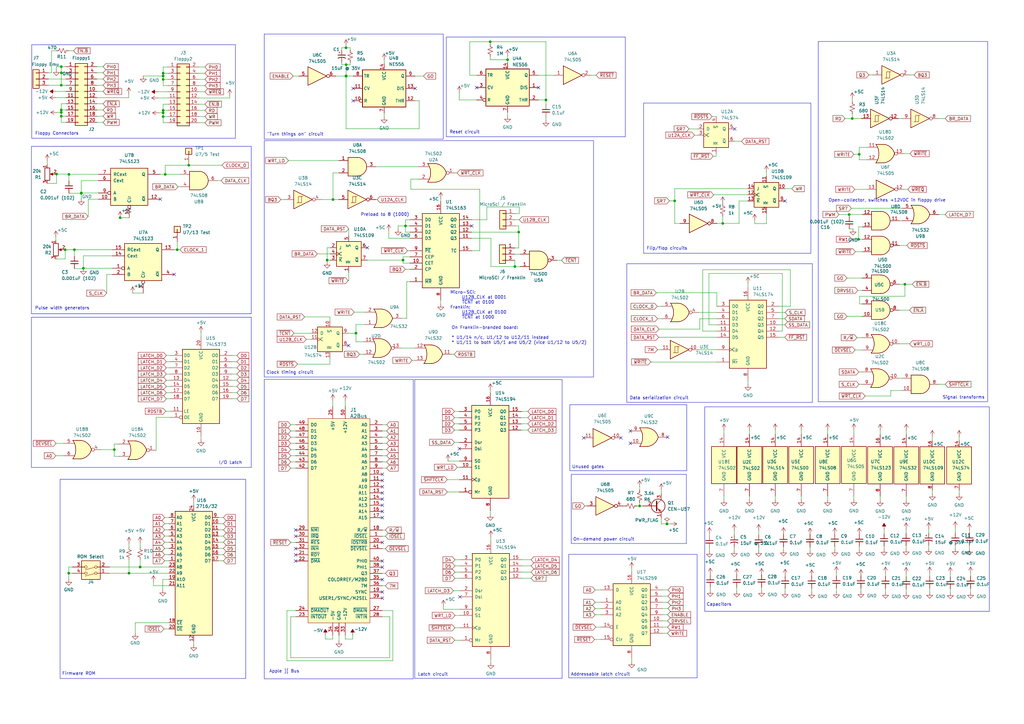
<source format=kicad_sch>
(kicad_sch (version 20230121) (generator eeschema)

  (uuid 56eaaa0c-e1fe-4237-9a20-09a5d3261c04)

  (paper "A3")

  (title_block
    (title "Micro-SCI Floppy Drive Controller")
    (date "2023-07-17")
    (rev "v0.2")
    (company "RyuCats")
  )

  

  (junction (at 352.3996 63.2968) (diameter 0) (color 0 0 0 0)
    (uuid 0eb7f77a-1691-46a5-beb9-708ba98faadf)
  )
  (junction (at 141.9606 31.1912) (diameter 0) (color 0 0 0 0)
    (uuid 13592c1d-8d3a-4a77-9349-f40d5d958c1c)
  )
  (junction (at 49.276 89.3064) (diameter 0) (color 0 0 0 0)
    (uuid 14d45346-d329-43a1-b9b8-64a35b0c2786)
  )
  (junction (at 25.1206 45.1104) (diameter 0) (color 0 0 0 0)
    (uuid 18c93022-e57b-4373-b94d-0b8237ade644)
  )
  (junction (at 25.146 34.9504) (diameter 0) (color 0 0 0 0)
    (uuid 211503ae-f2aa-4c35-adea-041e8c87a17f)
  )
  (junction (at 57.4802 232.5624) (diameter 0) (color 0 0 0 0)
    (uuid 227877cb-8d6b-42dd-9f7a-f23170c0b15d)
  )
  (junction (at 66.9036 46.2788) (diameter 0) (color 0 0 0 0)
    (uuid 227ba67b-bd2a-403b-9cca-ece13dfc9a29)
  )
  (junction (at 349.5548 48.6156) (diameter 0) (color 0 0 0 0)
    (uuid 22d6e3b8-95bd-43ec-9b4a-155fdcc0cc26)
  )
  (junction (at 262.3312 207.518) (diameter 0) (color 0 0 0 0)
    (uuid 23e17ec8-9479-4c85-9262-9a7a693e4f16)
  )
  (junction (at 66.9036 32.5628) (diameter 0) (color 0 0 0 0)
    (uuid 2668cc68-5cd8-4256-8d5f-46a4b9c3d00f)
  )
  (junction (at 23.1902 71.3994) (diameter 0) (color 0 0 0 0)
    (uuid 29ede8ec-7163-4f64-b12a-891361f6d83e)
  )
  (junction (at 141.9352 31.1912) (diameter 0) (color 0 0 0 0)
    (uuid 2ad1150c-6a6d-4f48-80de-136a5933bf00)
  )
  (junction (at 66.9036 45.2628) (diameter 0) (color 0 0 0 0)
    (uuid 3676ef53-63ee-4f61-b495-9fda43b885aa)
  )
  (junction (at 52.9082 235.1024) (diameter 0) (color 0 0 0 0)
    (uuid 4047e49c-241f-4070-8ebb-d2175194a5a3)
  )
  (junction (at 66.9036 47.8028) (diameter 0) (color 0 0 0 0)
    (uuid 48719128-be50-41b3-839a-ab256d4cf8cc)
  )
  (junction (at 67.7672 71.5264) (diameter 0) (color 0 0 0 0)
    (uuid 5003d7e0-03d4-4a97-9867-30b08d65563e)
  )
  (junction (at 208.1784 24.4856) (diameter 0) (color 0 0 0 0)
    (uuid 52c27fbd-9fc4-4e48-90e6-38e3a0d82b5d)
  )
  (junction (at 77.4192 67.7672) (diameter 0) (color 0 0 0 0)
    (uuid 531f59de-cffa-4898-944c-2df625fa4f9d)
  )
  (junction (at 371.1448 116.586) (diameter 0) (color 0 0 0 0)
    (uuid 5481632d-fd31-48d1-9241-3db81d2839df)
  )
  (junction (at 25.1206 27.3304) (diameter 0) (color 0 0 0 0)
    (uuid 5d1b5a30-0c21-467f-bb99-7ab778f56606)
  )
  (junction (at 166.3192 92.6592) (diameter 0) (color 0 0 0 0)
    (uuid 62ec17b1-65c1-4c8e-8373-71d96a4abc8f)
  )
  (junction (at 201.0664 17.1196) (diameter 0) (color 0 0 0 0)
    (uuid 68ac5519-04af-4e05-a4cf-db1e10ee5e75)
  )
  (junction (at 212.7504 95.1992) (diameter 0) (color 0 0 0 0)
    (uuid 76f27323-c1b6-4a00-a4f9-70e5b2fc6f64)
  )
  (junction (at 296.418 91.6432) (diameter 0) (color 0 0 0 0)
    (uuid 79353c67-35db-4fb8-abb6-9245fc42cbe6)
  )
  (junction (at 72.6948 102.4128) (diameter 0) (color 0 0 0 0)
    (uuid 7ce3703f-729a-4203-950c-652f669b6459)
  )
  (junction (at 26.7208 102.4128) (diameter 0) (color 0 0 0 0)
    (uuid 8333f7e2-3100-475c-84ac-bd4fd90e46a2)
  )
  (junction (at 141.9098 19.6088) (diameter 0) (color 0 0 0 0)
    (uuid 85293332-46cf-469f-9f14-444ea1474be8)
  )
  (junction (at 145.9992 136.652) (diameter 0) (color 0 0 0 0)
    (uuid 8a6f51da-dbd5-4499-9d4d-062cfa0c7452)
  )
  (junction (at 165.3032 106.68) (diameter 0) (color 0 0 0 0)
    (uuid 977745df-e2a3-4c8b-8cd8-4034ea36c9c3)
  )
  (junction (at 66.9036 30.0228) (diameter 0) (color 0 0 0 0)
    (uuid 9b875f30-8f9b-4b5b-b27e-88f17676d28e)
  )
  (junction (at 33.3502 79.1464) (diameter 0) (color 0 0 0 0)
    (uuid 9f9bb35f-05c9-4917-bf0a-74edb9b5decb)
  )
  (junction (at 352.1456 98.1456) (diameter 0) (color 0 0 0 0)
    (uuid ad2be07c-8a30-4aa7-a902-e507f61e2d74)
  )
  (junction (at 28.2702 71.5264) (diameter 0) (color 0 0 0 0)
    (uuid ad8a0025-e6c4-4a4a-96d1-a3bb46b52a4d)
  )
  (junction (at 134.1628 106.68) (diameter 0) (color 0 0 0 0)
    (uuid ae179397-46b0-4a33-ac43-4aafafbfe5b9)
  )
  (junction (at 273.558 214.884) (diameter 0) (color 0 0 0 0)
    (uuid b0f8be71-f714-4244-b97f-54dbc83dae95)
  )
  (junction (at 28.194 235.1024) (diameter 0) (color 0 0 0 0)
    (uuid b1859a5c-1e6b-49d8-81c4-6f093d35efed)
  )
  (junction (at 276.7076 82.3976) (diameter 0) (color 0 0 0 0)
    (uuid b4a3bb6a-530b-4020-a7aa-af7ad092ce73)
  )
  (junction (at 34.2138 110.0328) (diameter 0) (color 0 0 0 0)
    (uuid b56295da-b4a2-4945-9c4d-f118b61e7a62)
  )
  (junction (at 141.9606 26.5176) (diameter 0) (color 0 0 0 0)
    (uuid b69758b6-d427-4d1f-9770-f7c02da649a6)
  )
  (junction (at 25.1206 46.1264) (diameter 0) (color 0 0 0 0)
    (uuid bdee1f10-adda-41b5-867a-2a788a207ef0)
  )
  (junction (at 46.8884 184.404) (diameter 0) (color 0 0 0 0)
    (uuid c4f9e4e2-930d-4690-8724-998bb53a0423)
  )
  (junction (at 348.2848 87.9856) (diameter 0) (color 0 0 0 0)
    (uuid c6e410d8-fbfc-44b4-bcd8-be6e4755ff5a)
  )
  (junction (at 25.1206 47.6504) (diameter 0) (color 0 0 0 0)
    (uuid c9d6f061-d3e0-49e1-a019-a5b95a82d873)
  )
  (junction (at 25.146 29.8704) (diameter 0) (color 0 0 0 0)
    (uuid cd88283d-ece9-4853-85d7-ae3527962132)
  )
  (junction (at 211.1756 109.3216) (diameter 0) (color 0 0 0 0)
    (uuid e4552e4c-cca1-4eb3-a435-a3bdac03e800)
  )
  (junction (at 136.5758 81.8388) (diameter 0) (color 0 0 0 0)
    (uuid ed67b67e-a426-4e33-b6fc-58e6ea6d54f9)
  )
  (junction (at 30.5308 102.4128) (diameter 0) (color 0 0 0 0)
    (uuid f08fc34c-75fd-4391-ab9e-36ec8f420cd0)
  )
  (junction (at 33.3502 79.2734) (diameter 0) (color 0 0 0 0)
    (uuid f2487e48-6677-414e-8fde-0accde918ba7)
  )
  (junction (at 223.9264 40.9956) (diameter 0) (color 0 0 0 0)
    (uuid f58bedbe-f86d-4c34-b2d0-1df5e8ec9b59)
  )
  (junction (at 66.9036 31.1658) (diameter 0) (color 0 0 0 0)
    (uuid fd8434a6-ac94-4e1e-834a-b713ca90d0b1)
  )

  (no_connect (at 121.2596 219.9386) (uuid 00079c83-a711-4f95-8171-4707c1ffe4f2))
  (no_connect (at 188.4172 184.023) (uuid 0023254e-99a6-4e38-9aea-036adb434f94))
  (no_connect (at 254.6604 179.578) (uuid 09946f3d-95c5-4e83-bdee-666ac37263df))
  (no_connect (at 220.8784 35.9156) (uuid 0b4616bb-b68c-4768-b13c-bb3ab37b1241))
  (no_connect (at 156.8196 242.7986) (uuid 11d10470-6e67-4a4b-a7d4-b72ef4a9d1ca))
  (no_connect (at 142.9512 141.732) (uuid 2152bf48-a03d-4428-a1b1-5d9930c6322c))
  (no_connect (at 321.9704 82.4484) (uuid 2357aadf-b5b6-4a47-84a0-ec9270bf8db0))
  (no_connect (at 156.8196 202.1586) (uuid 2dd1b146-5821-42d2-b7b7-652f3d37495f))
  (no_connect (at 156.8196 232.6386) (uuid 3885ffd3-fd3b-4dba-b4f6-fb833d8d535c))
  (no_connect (at 121.2596 227.5586) (uuid 3bb3b145-9e54-4d85-a684-3f371eba77c4))
  (no_connect (at 121.2596 230.0986) (uuid 40c3baa7-d5b0-4c7e-89ad-714f7d1d467f))
  (no_connect (at 71.4248 112.5728) (uuid 46481c9d-3219-495e-99d8-4db677316f31))
  (no_connect (at 144.8562 41.3512) (uuid 4e90335f-0b5c-44b6-954e-50c9221d83fb))
  (no_connect (at 258.5466 181.8386) (uuid 55a97291-90c8-48d1-b85b-42536268fe43))
  (no_connect (at 156.8196 197.0786) (uuid 5a352595-70d1-4dc3-83fe-9cc43b2ea3b8))
  (no_connect (at 121.2596 217.3986) (uuid 5c47f2df-94cd-4506-8fb8-5fba0f3f15d4))
  (no_connect (at 301.3456 52.8828) (uuid 67e50e74-ce51-41c4-8715-55e602ab574f))
  (no_connect (at 156.8196 222.4786) (uuid 730a19e5-44b6-4b85-b39d-3319b8b30c0e))
  (no_connect (at 156.8196 209.7786) (uuid 745f3071-b71a-4126-8cfe-b28100f2c83d))
  (no_connect (at 150.6728 101.6) (uuid 7f69b8a6-fd8d-4ebf-9fac-fb9372e95fdf))
  (no_connect (at 156.8196 237.7186) (uuid 83fd2193-17e5-4a27-adca-61ac1df8125e))
  (no_connect (at 273.7866 179.2986) (uuid 878414e4-e89b-4b62-b96a-3a45817a5ccd))
  (no_connect (at 170.2562 36.2712) (uuid 8f8dedf8-ce30-4ef7-94e6-bf4dd6dfbe7d))
  (no_connect (at 156.8196 245.3386) (uuid 956a391a-da2c-4d12-905e-127887b4e204))
  (no_connect (at 121.2596 225.0186) (uuid af4080e4-3e4a-42fa-a388-9422b5495276))
  (no_connect (at 258.5466 176.7586) (uuid b084c7d8-103e-4844-afc5-634992033d4b))
  (no_connect (at 195.4784 35.9156) (uuid bb9f08b1-817c-4157-86a8-001ebeb5682d))
  (no_connect (at 156.8196 194.5386) (uuid bd9d7e14-21b3-4dcd-9f41-a79fe09ce87e))
  (no_connect (at 193.4972 92.6592) (uuid c0166046-6244-47a5-9534-d1f90d7e129b))
  (no_connect (at 156.8196 199.6186) (uuid c06ada5e-2a3b-4df5-9a4d-1d7db4b05dca))
  (no_connect (at 156.8196 207.2386) (uuid cfd67672-d5af-4a82-ac5e-032c54d5ca3f))
  (no_connect (at 239.4204 179.578) (uuid d9ee195d-667c-46b5-8c90-2d715e6afbee))
  (no_connect (at 156.8196 212.3186) (uuid dad0e8de-846b-4927-a07b-a135ef708439))
  (no_connect (at 156.8196 230.0986) (uuid e84d737c-cffc-4102-ae0c-16e7870ea92c))
  (no_connect (at 144.8562 36.2712) (uuid e85963b0-aca1-4e88-8dcc-ea6a2b30aa16))
  (no_connect (at 188.6204 244.8052) (uuid f56a3247-35bc-4734-a52e-0c4d8a7dd57a))
  (no_connect (at 156.8196 204.6986) (uuid f83a257c-1ff9-4bb7-ae91-0221c4808d11))
  (no_connect (at 65.7352 81.6864) (uuid fbba59ff-199c-431d-9558-e8c866b5ce8c))

  (wire (pts (xy 199.6948 84.8868) (xy 199.6948 90.1192))
    (stroke (width 0) (type default))
    (uuid 00574d2a-adbb-461e-bfab-c3030d96eb4f)
  )
  (wire (pts (xy 44.9072 232.5624) (xy 57.4802 232.5624))
    (stroke (width 0) (type default))
    (uuid 0069cff1-7758-4892-937b-381c82fabe50)
  )
  (wire (pts (xy 214.0204 229.5652) (xy 217.8304 229.5652))
    (stroke (width 0) (type default))
    (uuid 007e0ebe-d85a-4638-af77-d1a23acf3dd8)
  )
  (wire (pts (xy 193.4972 102.8192) (xy 196.7484 102.8192))
    (stroke (width 0) (type default))
    (uuid 00886f5c-4976-4610-9ff6-c8245aa5e3db)
  )
  (wire (pts (xy 270.1544 138.3284) (xy 294.0812 138.3284))
    (stroke (width 0) (type default))
    (uuid 00f4b3b9-78f1-4610-b5e0-84f3d25adcc5)
  )
  (wire (pts (xy 188.3664 196.723) (xy 188.3664 196.6976))
    (stroke (width 0) (type default))
    (uuid 0109a42f-4b31-4ebe-876a-96b722593589)
  )
  (wire (pts (xy 171.9072 52.7812) (xy 171.9072 41.3512))
    (stroke (width 0) (type default))
    (uuid 01e83326-4e98-4d5f-82ec-8f0b7bea881a)
  )
  (wire (pts (xy 343.0524 241.2492) (xy 343.0524 242.7224))
    (stroke (width 0) (type default))
    (uuid 01f3822c-4244-4116-8ef1-0e8cbe65c471)
  )
  (wire (pts (xy 28.0924 20.828) (xy 30.1752 20.828))
    (stroke (width 0) (type default))
    (uuid 03301470-88bc-4f38-b6b6-ca7d042bb234)
  )
  (wire (pts (xy 25.146 29.8704) (xy 27.0256 29.8704))
    (stroke (width 0) (type default))
    (uuid 03443bb4-edca-49b6-a718-c6bad3c38dd0)
  )
  (wire (pts (xy 271.78 259.7404) (xy 273.7612 259.7404))
    (stroke (width 0) (type default))
    (uuid 039917d2-99a2-4522-8665-986db18d8e31)
  )
  (wire (pts (xy 328.6252 176.403) (xy 328.6252 178.054))
    (stroke (width 0) (type default))
    (uuid 040dbea4-9977-4a31-9393-13ea60b16445)
  )
  (wire (pts (xy 89.6112 219.8624) (xy 91.6432 219.8624))
    (stroke (width 0) (type default))
    (uuid 04752ae3-bfc2-458d-bdc8-afea6c7649ee)
  )
  (wire (pts (xy 314.3504 91.694) (xy 309.5244 91.694))
    (stroke (width 0) (type default))
    (uuid 04a6efa1-aa9e-4645-bd05-c8e4cdf162a6)
  )
  (wire (pts (xy 165.3032 105.3592) (xy 165.3032 106.68))
    (stroke (width 0) (type default))
    (uuid 04c4f103-cb52-4f78-8869-ddd422c5923e)
  )
  (wire (pts (xy 306.7812 156.1084) (xy 306.7812 157.6324))
    (stroke (width 0) (type default))
    (uuid 05420eaf-24bd-4d1e-99bf-3be6ddd68c66)
  )
  (wire (pts (xy 292.0746 47.8028) (xy 293.7256 47.8028))
    (stroke (width 0) (type default))
    (uuid 05c4193c-faca-4502-a4be-7633bebf234d)
  )
  (wire (pts (xy 271.78 254.6604) (xy 273.812 254.6604))
    (stroke (width 0) (type default))
    (uuid 05fc5cc0-bb44-4350-a781-560e0e3b4c4c)
  )
  (wire (pts (xy 117.7036 250.4186) (xy 117.7036 270.9926))
    (stroke (width 0) (type default))
    (uuid 06181ce3-b06b-4529-8cce-dd2810672270)
  )
  (wire (pts (xy 349.5548 46.6852) (xy 349.5548 48.6156))
    (stroke (width 0) (type default))
    (uuid 06218eff-932a-4ad7-ab6b-b89dec2588f6)
  )
  (wire (pts (xy 69.2912 224.9424) (xy 67.5132 224.9424))
    (stroke (width 0) (type default))
    (uuid 064b29a8-f9a3-4267-b587-373d5046518a)
  )
  (wire (pts (xy 214.376 176.3776) (xy 216.4842 176.3776))
    (stroke (width 0) (type default))
    (uuid 0656086a-1f5b-495e-8615-b7c40f0badad)
  )
  (wire (pts (xy 65.7352 71.5264) (xy 67.7672 71.5264))
    (stroke (width 0) (type default))
    (uuid 0658e204-d1d7-4688-850d-e45c9a506c98)
  )
  (wire (pts (xy 170.2562 31.1912) (xy 173.7106 31.1912))
    (stroke (width 0) (type default))
    (uuid 067721b1-e889-468c-8cef-c43830664980)
  )
  (wire (pts (xy 188.2648 168.7576) (xy 186.3852 168.7576))
    (stroke (width 0) (type default))
    (uuid 0754172d-7b54-485f-b2c6-89de78d13fc8)
  )
  (wire (pts (xy 363.1692 235.1024) (xy 363.1692 236.3216))
    (stroke (width 0) (type default))
    (uuid 07ce118a-36c3-4925-b88e-d82dc01ee467)
  )
  (wire (pts (xy 180.7972 81.4832) (xy 180.7972 82.4992))
    (stroke (width 0) (type default))
    (uuid 09aa1bf2-8a17-4f34-8d88-8b81ad5c5abb)
  )
  (wire (pts (xy 39.7256 45.1104) (xy 42.2656 45.1104))
    (stroke (width 0) (type default))
    (uuid 09c87717-7ef4-45f4-b64d-0750365e4a24)
  )
  (wire (pts (xy 68.2244 148.336) (xy 69.7484 148.336))
    (stroke (width 0) (type default))
    (uuid 0a0b1b1c-92a4-478c-aa5b-ee031bba2f03)
  )
  (wire (pts (xy 52.9082 235.1024) (xy 69.2912 235.1024))
    (stroke (width 0) (type default))
    (uuid 0b2ece80-3483-4240-b6c8-87d84edcd6a8)
  )
  (wire (pts (xy 68.2244 150.876) (xy 69.7484 150.876))
    (stroke (width 0) (type default))
    (uuid 0b68a056-85b6-48d1-a2cc-038c8a65659f)
  )
  (wire (pts (xy 66.7512 241.9096) (xy 66.7512 237.6424))
    (stroke (width 0) (type default))
    (uuid 0c0c9414-8569-47d0-9bbd-a5c6f7990176)
  )
  (wire (pts (xy 124.9172 129.9972) (xy 135.3312 129.9972))
    (stroke (width 0) (type default))
    (uuid 0c245cbd-de2b-42e4-ad95-41f85b657bc9)
  )
  (wire (pts (xy 352.3996 65.532) (xy 355.4476 65.532))
    (stroke (width 0) (type default))
    (uuid 0c490525-8dc8-42cf-8f5d-14c1f973c5bc)
  )
  (wire (pts (xy 269.6972 130.7084) (xy 271.2212 130.7084))
    (stroke (width 0) (type default))
    (uuid 0d5c8966-853d-4aee-89ff-753b20ea3fd6)
  )
  (wire (pts (xy 25.1206 45.1104) (xy 27.0256 45.1104))
    (stroke (width 0) (type default))
    (uuid 0d838062-46de-45e9-bfdd-65e77dd8aee8)
  )
  (wire (pts (xy 19.8628 29.8704) (xy 21.1328 29.8704))
    (stroke (width 0) (type default))
    (uuid 0de6ee5b-f0fe-43fd-bcfd-7b0a164bb68c)
  )
  (wire (pts (xy 67.9704 168.656) (xy 69.7484 168.656))
    (stroke (width 0) (type default))
    (uuid 0e12576a-5d20-430c-b87b-bc4facb73712)
  )
  (wire (pts (xy 350.2152 63.2968) (xy 352.3996 63.2968))
    (stroke (width 0) (type default))
    (uuid 0e4c835e-1a72-4fc8-beef-fd110906edea)
  )
  (wire (pts (xy 214.0204 232.1052) (xy 217.8304 232.1052))
    (stroke (width 0) (type default))
    (uuid 0f094e4b-acc5-4d61-81bb-2d09930a28bd)
  )
  (wire (pts (xy 262.3312 199.644) (xy 262.3312 201.041))
    (stroke (width 0) (type default))
    (uuid 10252dee-e0c1-46aa-b100-90f76de019ec)
  )
  (wire (pts (xy 159.8676 269.7226) (xy 159.8676 252.9586))
    (stroke (width 0) (type default))
    (uuid 103875b5-8d01-45bb-9766-b4bffd2a91ed)
  )
  (wire (pts (xy 171.6024 73.4568) (xy 168.5036 73.4568))
    (stroke (width 0) (type default))
    (uuid 1238dca2-75ce-456c-9355-6d2139e5e0aa)
  )
  (wire (pts (xy 269.5702 125.6284) (xy 271.2212 125.6284))
    (stroke (width 0) (type default))
    (uuid 124b9756-7dbf-43a0-80e7-a46f9a2b36c9)
  )
  (wire (pts (xy 214.376 176.403) (xy 214.376 176.3776))
    (stroke (width 0) (type default))
    (uuid 125e7f04-30f0-4f88-af7b-caf18148782b)
  )
  (wire (pts (xy 319.4812 125.6284) (xy 324.1802 125.6284))
    (stroke (width 0) (type default))
    (uuid 1356113a-513f-4af7-ba9a-3e0eb779f180)
  )
  (wire (pts (xy 397.6116 223.6724) (xy 397.6116 225.1456))
    (stroke (width 0) (type default))
    (uuid 1391e7ee-70c8-4a50-8385-11f6a7f1abba)
  )
  (wire (pts (xy 244.348 257.2004) (xy 246.38 257.2004))
    (stroke (width 0) (type default))
    (uuid 13a98e74-3895-4860-ace8-42264bd188ca)
  )
  (wire (pts (xy 58.7756 31.1658) (xy 66.9036 31.1658))
    (stroke (width 0) (type default))
    (uuid 141295d1-b5fc-4f78-b6c6-4a5775b63835)
  )
  (wire (pts (xy 188.1124 176.403) (xy 188.1124 176.3776))
    (stroke (width 0) (type default))
    (uuid 14237b2d-35e0-4923-9a7b-d65817700424)
  )
  (wire (pts (xy 188.3664 196.6976) (xy 183.4642 196.6976))
    (stroke (width 0) (type default))
    (uuid 1568cca2-d9ad-41d0-b548-de2df5e16612)
  )
  (wire (pts (xy 368.8588 116.586) (xy 371.1448 116.586))
    (stroke (width 0) (type default))
    (uuid 15776cd5-5e30-4bf6-9cc4-824c5705194c)
  )
  (wire (pts (xy 72.6948 102.4128) (xy 73.8378 102.4128))
    (stroke (width 0) (type default))
    (uuid 161eeac9-3140-408f-bf18-bad1c281881f)
  )
  (wire (pts (xy 157.5562 46.4312) (xy 157.5562 47.9552))
    (stroke (width 0) (type default))
    (uuid 16728753-ca6c-4fe7-8178-d0982b6b4f17)
  )
  (wire (pts (xy 360.9848 203.5556) (xy 360.9848 205.0796))
    (stroke (width 0) (type default))
    (uuid 16755ab3-9878-498d-b781-70eb0a8321ce)
  )
  (wire (pts (xy 136.5758 70.9168) (xy 136.5758 81.8388))
    (stroke (width 0) (type default))
    (uuid 1675ca04-4c5f-4b67-bb62-04a02e0c8b69)
  )
  (wire (pts (xy 156.8196 179.2986) (xy 158.5976 179.2986))
    (stroke (width 0) (type default))
    (uuid 169e61eb-96e8-4c61-89f0-5030d1e7f392)
  )
  (wire (pts (xy 201.3712 109.3216) (xy 201.3712 97.7392))
    (stroke (width 0) (type default))
    (uuid 17d991fb-7651-4a3d-90b7-989e67fb6932)
  )
  (wire (pts (xy 311.1754 217.6272) (xy 311.1754 219.4052))
    (stroke (width 0) (type default))
    (uuid 1901c3db-6846-4baf-a944-eb37755bbafa)
  )
  (wire (pts (xy 286.4612 128.1684) (xy 294.0812 128.1684))
    (stroke (width 0) (type default))
    (uuid 1a8f27f6-8e7c-4479-9c29-473839a5673e)
  )
  (wire (pts (xy 140.1826 19.6088) (xy 141.9098 19.6088))
    (stroke (width 0) (type default))
    (uuid 1a9949f8-d6e1-44c2-8abb-f0e22252bdef)
  )
  (wire (pts (xy 193.4972 97.7392) (xy 201.3712 97.7392))
    (stroke (width 0) (type default))
    (uuid 1aa04cfe-8dfe-4531-80f7-9c39f6757763)
  )
  (wire (pts (xy 121.2596 186.9186) (xy 119.2276 186.9186))
    (stroke (width 0) (type default))
    (uuid 1af49ea9-2385-422c-915b-da380d233ae8)
  )
  (wire (pts (xy 344.1192 87.9856) (xy 348.2848 87.9856))
    (stroke (width 0) (type default))
    (uuid 1bdb14cd-6438-42dc-b5eb-9f1b82ac6ee8)
  )
  (wire (pts (xy 211.1756 104.2416) (xy 213.3092 104.2416))
    (stroke (width 0) (type default))
    (uuid 1bf36dd4-f692-415d-b903-22a2d1f06abb)
  )
  (wire (pts (xy 25.1206 47.6504) (xy 25.1206 50.1904))
    (stroke (width 0) (type default))
    (uuid 1c354fa8-4163-40d2-8ab9-1e82d13a25c0)
  )
  (wire (pts (xy 21.1328 29.8704) (xy 21.1328 20.828))
    (stroke (width 0) (type default))
    (uuid 1c36997d-9be1-425d-b852-4553a0d143f9)
  )
  (wire (pts (xy 353.1108 241.2746) (xy 353.1108 242.57))
    (stroke (width 0) (type default))
    (uuid 1db73742-0af7-468d-8275-4f48b9889d17)
  )
  (wire (pts (xy 271.78 247.0404) (xy 273.939 247.0404))
    (stroke (width 0) (type default))
    (uuid 1df8e6c8-70be-4d44-9611-4958c61c9713)
  )
  (wire (pts (xy 69.2912 230.0224) (xy 67.5132 230.0224))
    (stroke (width 0) (type default))
    (uuid 1e42d8a7-e536-4d54-af0a-127f1462310f)
  )
  (wire (pts (xy 82.4484 178.816) (xy 82.4484 180.34))
    (stroke (width 0) (type default))
    (uuid 20d9c6c4-736f-4ad1-a5ed-f7de55b7f1d5)
  )
  (wire (pts (xy 208.1784 22.9616) (xy 208.1784 24.4856))
    (stroke (width 0) (type default))
    (uuid 213f6e22-e8c8-4492-a379-2322f30f3125)
  )
  (wire (pts (xy 90.678 74.0664) (xy 89.2048 74.0664))
    (stroke (width 0) (type default))
    (uuid 22081a94-28e3-4eac-a972-1e55a9b4b799)
  )
  (wire (pts (xy 302.2092 241.173) (xy 302.2092 242.3668))
    (stroke (width 0) (type default))
    (uuid 2208e5e4-3b49-4ffb-943b-72a998dbdc13)
  )
  (wire (pts (xy 332.9178 241.6302) (xy 332.9178 242.824))
    (stroke (width 0) (type default))
    (uuid 221ec62f-e07d-4cf7-8f6c-ee89f303129b)
  )
  (wire (pts (xy 186.5884 257.5052) (xy 188.6204 257.5052))
    (stroke (width 0) (type default))
    (uuid 22f92fd4-22c2-49c2-b68f-c98d01d59bb6)
  )
  (wire (pts (xy 133.4516 260.5786) (xy 133.4516 262.1026))
    (stroke (width 0) (type default))
    (uuid 234e4088-7b74-4b83-ac7a-d26a332b7728)
  )
  (wire (pts (xy 68.8086 42.7228) (xy 66.9036 42.7228))
    (stroke (width 0) (type default))
    (uuid 23a385f6-c567-4c32-b440-5de537d5d224)
  )
  (wire (pts (xy 25.1206 42.5704) (xy 25.1206 45.1104))
    (stroke (width 0) (type default))
    (uuid 24b5e0b4-6844-4584-9cc5-77dfd19e9a39)
  )
  (wire (pts (xy 165.3032 105.3592) (xy 168.0972 105.3592))
    (stroke (width 0) (type default))
    (uuid 252e28f1-2826-4f6b-b5a9-8bf0780e68d6)
  )
  (wire (pts (xy 266.9032 148.4376) (xy 267.0556 148.4376))
    (stroke (width 0) (type default))
    (uuid 260647dc-5c22-4300-8f41-c2a808039a1b)
  )
  (wire (pts (xy 244.094 252.1204) (xy 246.38 252.1204))
    (stroke (width 0) (type default))
    (uuid 26970cac-8593-4f8a-9df6-0c3172c51261)
  )
  (wire (pts (xy 188.1632 173.8376) (xy 186.3852 173.8376))
    (stroke (width 0) (type default))
    (uuid 26ddf6b2-550e-415c-8c7d-c6d7c0d5e523)
  )
  (wire (pts (xy 393.3952 179.0954) (xy 393.3952 180.7464))
    (stroke (width 0) (type default))
    (uuid 26e2c626-2054-4bf2-bc0f-17f2cb652a87)
  )
  (wire (pts (xy 350.8248 103.2256) (xy 353.6696 103.2256))
    (stroke (width 0) (type default))
    (uuid 27099863-8b7e-4f4e-9483-231766d037e6)
  )
  (wire (pts (xy 324.1802 110.6424) (xy 288.2392 110.6424))
    (stroke (width 0) (type default))
    (uuid 27b956ed-c09f-4b92-adbb-7df9d3bcc521)
  )
  (wire (pts (xy 188.214 171.2976) (xy 186.3852 171.2976))
    (stroke (width 0) (type default))
    (uuid 28d12758-ff2d-4dc4-9737-1eb7e05cd3dd)
  )
  (wire (pts (xy 142.9512 136.652) (xy 145.9992 136.652))
    (stroke (width 0) (type default))
    (uuid 291d89ff-3591-491a-bea1-d06156d7740c)
  )
  (wire (pts (xy 349.5548 48.6156) (xy 346.6084 48.6156))
    (stroke (width 0) (type default))
    (uuid 29968094-cb34-409f-889a-ef790877f393)
  )
  (wire (pts (xy 135.4328 101.6) (xy 134.1628 101.6))
    (stroke (width 0) (type default))
    (uuid 2acb5921-7af8-4f3f-ad29-3f90022b3486)
  )
  (wire (pts (xy 121.2596 222.4786) (xy 119.2276 222.4786))
    (stroke (width 0) (type default))
    (uuid 2b000f12-7837-4dbb-9b1f-5fedbdeacacc)
  )
  (wire (pts (xy 141.5796 262.1026) (xy 144.6276 262.1026))
    (stroke (width 0) (type default))
    (uuid 2b3e8503-775e-4be7-b759-0f65b7dd6fb9)
  )
  (wire (pts (xy 25.1206 27.3304) (xy 25.1206 29.8704))
    (stroke (width 0) (type default))
    (uuid 2b4e42f4-9ea0-4e13-a982-864d96afe2bd)
  )
  (wire (pts (xy 181.864 249.8852) (xy 188.6204 249.8852))
    (stroke (width 0) (type default))
    (uuid 2b771cda-6ef1-4228-a7b9-606d6089e450)
  )
  (wire (pts (xy 69.2912 214.7824) (xy 67.5132 214.7824))
    (stroke (width 0) (type default))
    (uuid 2b922a83-3308-4215-9822-51cefc25e060)
  )
  (wire (pts (xy 192.6844 30.8356) (xy 192.6844 17.1196))
    (stroke (width 0) (type default))
    (uuid 2bbb70e5-c86d-4125-b3fd-383eda8a636a)
  )
  (wire (pts (xy 145.9992 136.652) (xy 145.9992 140.208))
    (stroke (width 0) (type default))
    (uuid 2bd0af92-7508-40d7-8137-150efcf06ce9)
  )
  (wire (pts (xy 141.9352 31.1912) (xy 141.9352 52.7812))
    (stroke (width 0) (type default))
    (uuid 2c505973-1eb3-4942-becd-c975203b9252)
  )
  (wire (pts (xy 259.08 269.9004) (xy 259.08 271.4244))
    (stroke (width 0) (type default))
    (uuid 2ced7b97-65c3-40c2-855f-899ba28847a9)
  )
  (wire (pts (xy 312.3438 240.7666) (xy 312.3438 240.6142))
    (stroke (width 0) (type default))
    (uuid 2eedb8ed-394a-4abd-b8c0-640c2b1adc79)
  )
  (wire (pts (xy 356.362 30.734) (xy 357.886 30.734))
    (stroke (width 0) (type default))
    (uuid 2f68bce5-d72c-4897-b6ff-95016d192940)
  )
  (wire (pts (xy 121.2596 184.3786) (xy 119.2276 184.3786))
    (stroke (width 0) (type default))
    (uuid 319b669a-6a92-4893-9b98-c408df234816)
  )
  (wire (pts (xy 79.4512 263.0424) (xy 79.4512 264.4394))
    (stroke (width 0) (type default))
    (uuid 33099e0a-fa78-4987-9d6f-e97f8bb30e04)
  )
  (wire (pts (xy 213.8172 176.403) (xy 214.376 176.403))
    (stroke (width 0) (type default))
    (uuid 330eb766-294c-41b5-8dbc-b9623757c888)
  )
  (wire (pts (xy 81.5086 35.1028) (xy 84.0486 35.1028))
    (stroke (width 0) (type default))
    (uuid 3321ca68-360f-43c2-96b3-e6b31e08b312)
  )
  (wire (pts (xy 39.7256 37.4904) (xy 42.2656 37.4904))
    (stroke (width 0) (type default))
    (uuid 33859ce5-cded-4922-abe0-c4afb5f18990)
  )
  (wire (pts (xy 145.9992 133.096) (xy 145.9992 136.652))
    (stroke (width 0) (type default))
    (uuid 33ca31fa-84e2-422e-88f1-847a5a145573)
  )
  (wire (pts (xy 244.094 249.5804) (xy 246.38 249.5804))
    (stroke (width 0) (type default))
    (uuid 33fcac58-8184-4d20-a1c4-284cdd66749e)
  )
  (wire (pts (xy 25.1206 29.8704) (xy 25.146 29.8704))
    (stroke (width 0) (type default))
    (uuid 3417a8d8-27e7-4017-8c55-1a7645d76a1d)
  )
  (wire (pts (xy 64.7446 40.1828) (xy 68.8086 40.1828))
    (stroke (width 0) (type default))
    (uuid 348e1eab-d2c1-4b17-9096-fe568a6ea495)
  )
  (wire (pts (xy 271.78 244.5004) (xy 273.939 244.5004))
    (stroke (width 0) (type default))
    (uuid 34d43017-421d-4833-8ffd-032b2cb1a4d5)
  )
  (wire (pts (xy 33.3502 74.0664) (xy 33.3502 79.1464))
    (stroke (width 0) (type default))
    (uuid 3579f635-6354-42f8-a75c-3f1c4ddbabe0)
  )
  (wire (pts (xy 28.194 235.1024) (xy 29.6672 235.1024))
    (stroke (width 0) (type default))
    (uuid 35b32b23-24e6-4df4-9409-7e5e986bd414)
  )
  (wire (pts (xy 267.0556 148.4884) (xy 294.0812 148.4884))
    (stroke (width 0) (type default))
    (uuid 366e3e3b-16b9-4813-8093-b0a030f46916)
  )
  (wire (pts (xy 46.8884 187.198) (xy 48.6664 187.198))
    (stroke (width 0) (type default))
    (uuid 36dabc5e-7da5-44d2-9a3b-0b41b99f0479)
  )
  (wire (pts (xy 95.1484 161.036) (xy 97.1804 161.036))
    (stroke (width 0) (type default))
    (uuid 37a63329-bc53-4bc9-a3a4-1ec82f83cda1)
  )
  (wire (pts (xy 95.1484 148.336) (xy 97.1804 148.336))
    (stroke (width 0) (type default))
    (uuid 37f4e18f-a43e-4eb6-81b1-ce9b6990c4bc)
  )
  (wire (pts (xy 166.9288 115.5192) (xy 168.0972 115.5192))
    (stroke (width 0) (type default))
    (uuid 38817953-56b1-4e6d-9248-8bf813deacf0)
  )
  (wire (pts (xy 133.4516 262.1026) (xy 136.4996 262.1026))
    (stroke (width 0) (type default))
    (uuid 38891a5f-796b-4863-8641-e71ba85257a8)
  )
  (wire (pts (xy 352.4504 224.2058) (xy 352.4504 225.5012))
    (stroke (width 0) (type default))
    (uuid 38b47637-5050-47ac-af4f-98392006f2e2)
  )
  (wire (pts (xy 352.552 121.5136) (xy 352.552 124.6632))
    (stroke (width 0) (type default))
    (uuid 38bbb2ba-655f-4fc6-b64c-71279fa91587)
  )
  (wire (pts (xy 156.8196 189.4586) (xy 158.5976 189.4586))
    (stroke (width 0) (type default))
    (uuid 39057a9e-8840-42e9-83e6-4aff46397e01)
  )
  (wire (pts (xy 188.4172 168.783) (xy 188.2648 168.783))
    (stroke (width 0) (type default))
    (uuid 3967a7f7-9cae-4a03-ab22-fbf79e569eef)
  )
  (wire (pts (xy 139.0396 260.5786) (xy 139.0396 262.8646))
    (stroke (width 0) (type default))
    (uuid 39c95b3c-9153-493a-bf90-c97480710e15)
  )
  (wire (pts (xy 276.7076 77.3684) (xy 306.7304 77.3684))
    (stroke (width 0) (type default))
    (uuid 39cb24c1-da17-45ac-a22a-b2797c1ec8d6)
  )
  (wire (pts (xy 188.3664 196.723) (xy 188.4172 196.723))
    (stroke (width 0) (type default))
    (uuid 39e6851e-e98b-4b38-ac47-417d5a1b0d16)
  )
  (wire (pts (xy 41.3004 184.404) (xy 46.8884 184.404))
    (stroke (width 0) (type default))
    (uuid 3a9f8d25-150e-4f10-bfd9-b6eb1252dc52)
  )
  (wire (pts (xy 212.9536 84.8868) (xy 199.6948 84.8868))
    (stroke (width 0) (type default))
    (uuid 3b07724e-288b-47d2-842d-3bb7c521462f)
  )
  (wire (pts (xy 347.3704 129.7432) (xy 353.6188 129.7432))
    (stroke (width 0) (type default))
    (uuid 3b0854d9-c882-4656-b38a-d91434bdd4de)
  )
  (wire (pts (xy 156.8196 184.3786) (xy 158.5976 184.3786))
    (stroke (width 0) (type default))
    (uuid 3b1f80e4-9899-4eba-b63e-89ca6dbb1c37)
  )
  (wire (pts (xy 321.3354 224.282) (xy 321.3354 225.5012))
    (stroke (width 0) (type default))
    (uuid 3b5fe685-44aa-435c-856c-b0131936263f)
  )
  (wire (pts (xy 156.8196 240.2586) (xy 158.0896 240.2586))
    (stroke (width 0) (type default))
    (uuid 3b8dae4d-f4bc-4417-a381-a0888263da7b)
  )
  (wire (pts (xy 81.5086 45.2628) (xy 84.0486 45.2628))
    (stroke (width 0) (type default))
    (uuid 3c53083b-e778-489a-8a5a-3aef58728150)
  )
  (wire (pts (xy 271.78 257.2004) (xy 273.812 257.2004))
    (stroke (width 0) (type default))
    (uuid 3d31a697-51de-4e0a-a36c-b8e16bc1a8d7)
  )
  (wire (pts (xy 55.5244 255.4224) (xy 55.5244 255.4732))
    (stroke (width 0) (type default))
    (uuid 3d3fab1e-b37f-4852-bd25-3f861271cbb9)
  )
  (wire (pts (xy 259.08 233.1974) (xy 259.08 234.3404))
    (stroke (width 0) (type default))
    (uuid 3d43c4df-5732-4c74-b1d1-0e5d80941e7a)
  )
  (wire (pts (xy 141.9352 52.7812) (xy 171.9072 52.7812))
    (stroke (width 0) (type default))
    (uuid 3dda110d-7a2a-4c29-aebd-62a4e68366d0)
  )
  (wire (pts (xy 214.0204 234.6452) (xy 217.8304 234.6452))
    (stroke (width 0) (type default))
    (uuid 3f5f71cf-4671-493f-adfd-29d112b44546)
  )
  (wire (pts (xy 296.418 88.646) (xy 296.418 91.6432))
    (stroke (width 0) (type default))
    (uuid 4099f960-bb91-49e1-bf30-9ce4f3907b58)
  )
  (wire (pts (xy 220.8784 40.9956) (xy 223.9264 40.9956))
    (stroke (width 0) (type default))
    (uuid 41a9a39b-2cbb-44f0-80fa-514630e8dc44)
  )
  (wire (pts (xy 188.6204 237.1852) (xy 186.5884 237.1852))
    (stroke (width 0) (type default))
    (uuid 42272146-16b6-4961-b697-8d8f07fcfca2)
  )
  (wire (pts (xy 69.2912 219.8624) (xy 67.5132 219.8624))
    (stroke (width 0) (type default))
    (uuid 423ac83c-2820-4103-b475-46dbb6c3c019)
  )
  (wire (pts (xy 188.3156 201.7776) (xy 183.4642 201.7776))
    (stroke (width 0) (type default))
    (uuid 4260c575-11f9-4ef1-ad5f-cbee43830f9b)
  )
  (wire (pts (xy 154.178 68.3768) (xy 171.6024 68.3768))
    (stroke (width 0) (type default))
    (uuid 433226a3-aef3-4bef-9e83-7e8e6566a820)
  )
  (wire (pts (xy 95.1484 150.876) (xy 97.1804 150.876))
    (stroke (width 0) (type default))
    (uuid 4386ef56-a88d-4d19-8f54-59ec26d88a07)
  )
  (wire (pts (xy 303.1236 82.4484) (xy 306.7304 82.4484))
    (stroke (width 0) (type default))
    (uuid 44999f12-341c-4217-a46e-dfd61699ebac)
  )
  (wire (pts (xy 69.2912 222.4024) (xy 67.5132 222.4024))
    (stroke (width 0) (type default))
    (uuid 4566a2a0-6592-4246-b2d5-7715d2ce6563)
  )
  (wire (pts (xy 273.558 214.884) (xy 271.2212 214.884))
    (stroke (width 0) (type default))
    (uuid 45a47d51-b855-4423-bb51-458cfe753fb6)
  )
  (wire (pts (xy 154.1272 81.8388) (xy 154.686 81.8388))
    (stroke (width 0) (type default))
    (uuid 45fefb57-e01b-4797-b7a4-e56e0b2a70bb)
  )
  (wire (pts (xy 52.9082 222.9104) (xy 52.9082 224.4344))
    (stroke (width 0) (type default))
    (uuid 46ab67f8-f711-4e63-a219-1709c00c7dcd)
  )
  (wire (pts (xy 22.9108 97.282) (xy 22.9108 98.6028))
    (stroke (width 0) (type default))
    (uuid 47e81150-f847-4373-94c8-74272ed0d6b8)
  )
  (wire (pts (xy 213.8172 173.863) (xy 214.3252 173.863))
    (stroke (width 0) (type default))
    (uuid 48d9f184-31bd-403f-812a-b8925b43f59d)
  )
  (wire (pts (xy 208.1784 24.4856) (xy 208.1784 25.7556))
    (stroke (width 0) (type default))
    (uuid 48f198fa-4e7c-4caa-a879-e9922c229418)
  )
  (wire (pts (xy 156.8196 219.9386) (xy 158.0896 219.9386))
    (stroke (width 0) (type default))
    (uuid 4907fd95-2adc-4178-91f0-5e7ab6a8d462)
  )
  (wire (pts (xy 89.6112 222.4024) (xy 91.6432 222.4024))
    (stroke (width 0) (type default))
    (uuid 4981531b-a445-425a-985c-35b8db68489f)
  )
  (wire (pts (xy 141.9352 31.1912) (xy 141.9606 31.1912))
    (stroke (width 0) (type default))
    (uuid 49a241a9-90c2-4b7a-bedd-d204d312788e)
  )
  (wire (pts (xy 166.8272 115.57) (xy 166.9288 115.57))
    (stroke (width 0) (type default))
    (uuid 49cc91fd-dd84-4fc1-9692-8fb5e34396a5)
  )
  (wire (pts (xy 43.7388 120.2436) (xy 43.7896 120.2436))
    (stroke (width 0) (type default))
    (uuid 49f73d90-a4b4-4984-9ada-872de592c31d)
  )
  (wire (pts (xy 166.3192 95.1992) (xy 168.0972 95.1992))
    (stroke (width 0) (type default))
    (uuid 49fdc7cd-5779-4afe-82e8-1924159c0fb2)
  )
  (wire (pts (xy 306.7812 116.2304) (xy 306.7812 118.0084))
    (stroke (width 0) (type default))
    (uuid 4a0e8f76-ca6e-4721-992e-d4d4f847c5fd)
  )
  (wire (pts (xy 239.8776 207.518) (xy 240.5888 207.518))
    (stroke (width 0) (type default))
    (uuid 4a2acf95-6f7d-4425-a23c-0cb7cb65edd5)
  )
  (wire (pts (xy 140.1826 26.5176) (xy 141.9606 26.5176))
    (stroke (width 0) (type default))
    (uuid 4a6bcec2-0cdb-4f58-930e-63f866cb2527)
  )
  (wire (pts (xy 135.3312 129.9972) (xy 135.3312 131.572))
    (stroke (width 0) (type default))
    (uuid 4a8387e4-c19b-44cc-9feb-8ae263107b2f)
  )
  (wire (pts (xy 27.0256 42.5704) (xy 25.1206 42.5704))
    (stroke (width 0) (type default))
    (uuid 4af229f5-987e-4c55-9490-6faecb3c88dd)
  )
  (wire (pts (xy 294.0812 133.2484) (xy 290.7792 133.2484))
    (stroke (width 0) (type default))
    (uuid 4b3e831f-a122-4475-bcb9-8db61283b7fb)
  )
  (wire (pts (xy 371.6274 223.8502) (xy 371.6274 225.1202))
    (stroke (width 0) (type default))
    (uuid 4b422eec-f9ee-4120-8d22-d5d00ab5f408)
  )
  (wire (pts (xy 276.7076 91.6432) (xy 276.7076 82.3976))
    (stroke (width 0) (type default))
    (uuid 4c87f223-dc35-4b7b-9e2f-17fe38a876c1)
  )
  (wire (pts (xy 23.2156 71.4248) (xy 23.1648 71.4248))
    (stroke (width 0) (type default))
    (uuid 4c8f8603-2af7-4091-911b-bc7110ad9154)
  )
  (wire (pts (xy 188.3156 201.803) (xy 188.3156 201.7776))
    (stroke (width 0) (type default))
    (uuid 4ca7ba50-1b86-4d8e-ae73-33f61bbbc22b)
  )
  (wire (pts (xy 67.7672 67.7672) (xy 67.7672 71.5264))
    (stroke (width 0) (type default))
    (uuid 4ceffd38-2de5-46a5-a0f7-e842ec3cae1d)
  )
  (wire (pts (xy 156.8196 217.3986) (xy 158.0896 217.3986))
    (stroke (width 0) (type default))
    (uuid 4dc6859c-4634-4b4e-8fad-c1355a95536a)
  )
  (wire (pts (xy 317.9572 176.403) (xy 317.9572 178.054))
    (stroke (width 0) (type default))
    (uuid 4dce062f-fe9c-45ba-bf07-19e677fc1793)
  )
  (wire (pts (xy 385.1148 157.6324) (xy 387.6548 157.6324))
    (stroke (width 0) (type default))
    (uuid 4dde7aee-c1c9-4f18-8bfc-1b6958c65307)
  )
  (wire (pts (xy 81.5086 40.1828) (xy 94.234 40.1828))
    (stroke (width 0) (type default))
    (uuid 4dffd22e-b19b-47f3-854b-ff138b1e6189)
  )
  (wire (pts (xy 63.9064 184.658) (xy 64.0334 184.658))
    (stroke (width 0) (type default))
    (uuid 4fc3c75b-2b15-47d6-9f44-3c0048d976f1)
  )
  (wire (pts (xy 68.2244 161.036) (xy 69.7484 161.036))
    (stroke (width 0) (type default))
    (uuid 4fc5ae12-b524-423e-a64b-06c7f1a248a6)
  )
  (wire (pts (xy 269.6972 143.4084) (xy 271.0942 143.4084))
    (stroke (width 0) (type default))
    (uuid 503cfeda-3806-406b-97d7-dfb204b10ed8)
  )
  (wire (pts (xy 166.2176 110.4392) (xy 168.0972 110.4392))
    (stroke (width 0) (type default))
    (uuid 503d515e-d298-49b3-9128-617c3ddc37ee)
  )
  (wire (pts (xy 28.194 237.5408) (xy 28.194 235.1024))
    (stroke (width 0) (type default))
    (uuid 51074ef0-0c5d-4d62-b757-e05b5bb9b7dd)
  )
  (wire (pts (xy 28.194 235.1024) (xy 28.194 232.5624))
    (stroke (width 0) (type default))
    (uuid 5150a3ea-ce3f-456e-b571-39cc2c602898)
  )
  (wire (pts (xy 214.2236 168.783) (xy 214.2236 168.7576))
    (stroke (width 0) (type default))
    (uuid 5151ee5e-a27f-4647-8844-e7d15f1ade8d)
  )
  (wire (pts (xy 66.9036 32.5628) (xy 68.8086 32.5628))
    (stroke (width 0) (type default))
    (uuid 51d485f7-bfd6-4fd6-8acc-f0dfff888b18)
  )
  (wire (pts (xy 166.7764 130.556) (xy 164.7952 130.556))
    (stroke (width 0) (type default))
    (uuid 51f46faa-d72c-4e35-bc56-5e81ffa15070)
  )
  (wire (pts (xy 69.2912 255.4224) (xy 55.5244 255.4224))
    (stroke (width 0) (type default))
    (uuid 523202d4-2946-4bb5-908b-af87af37ffd7)
  )
  (wire (pts (xy 91.0844 67.7672) (xy 77.4192 67.7672))
    (stroke (width 0) (type default))
    (uuid 52a60d08-2dbf-4619-8a92-9b2345afb6d0)
  )
  (wire (pts (xy 156.8196 191.9986) (xy 158.5976 191.9986))
    (stroke (width 0) (type default))
    (uuid 5416c4df-ea7a-4661-b447-aa109c05d071)
  )
  (wire (pts (xy 65.1256 46.2788) (xy 66.9036 46.2788))
    (stroke (width 0) (type default))
    (uuid 5491647b-0b85-416f-93e0-6c1f9368cd13)
  )
  (wire (pts (xy 23.1648 71.3994) (xy 23.1902 71.3994))
    (stroke (width 0) (type default))
    (uuid 5491fb1e-350e-4e2f-9d5c-f47ad0356699)
  )
  (wire (pts (xy 26.7208 102.4128) (xy 30.5308 102.4128))
    (stroke (width 0) (type default))
    (uuid 55118ca5-8baa-4b75-96a8-00122cf2edf0)
  )
  (wire (pts (xy 34.2138 110.1598) (xy 34.2138 110.0328))
    (stroke (width 0) (type default))
    (uuid 556b4a53-b62f-4252-96c9-9ca89fdc3d20)
  )
  (wire (pts (xy 21.1328 20.828) (xy 23.0124 20.828))
    (stroke (width 0) (type default))
    (uuid 558fe720-d30d-4e04-aafb-990efce92444)
  )
  (wire (pts (xy 349.1992 85.4456) (xy 369.8748 85.4456))
    (stroke (width 0) (type default))
    (uuid 55d3f1c2-e517-4981-b285-9922f65640fa)
  )
  (wire (pts (xy 89.6112 227.4824) (xy 91.6432 227.4824))
    (stroke (width 0) (type default))
    (uuid 5648e0ad-7908-45e0-aea0-ff9d8423af02)
  )
  (wire (pts (xy 28.2702 71.3994) (xy 28.2702 71.5264))
    (stroke (width 0) (type default))
    (uuid 5658af5f-d1cd-4663-a1fe-ed5c88f13f38)
  )
  (wire (pts (xy 371.6274 216.9922) (xy 371.6274 218.7702))
    (stroke (width 0) (type default))
    (uuid 56948bf0-737c-45db-941e-683353cd28b0)
  )
  (wire (pts (xy 143.637 26.5176) (xy 143.637 25.6032))
    (stroke (width 0) (type default))
    (uuid 56bb9998-61ef-4e71-a674-95362aced7e1)
  )
  (wire (pts (xy 188.6204 229.5652) (xy 186.5884 229.5652))
    (stroke (width 0) (type default))
    (uuid 56f30c88-ac25-4f56-aaeb-5771d64dd65b)
  )
  (wire (pts (xy 296.418 83.2612) (xy 296.418 83.566))
    (stroke (width 0) (type default))
    (uuid 5766c08c-fa98-4ffa-bbe8-9414ae131a19)
  )
  (wire (pts (xy 350.6216 77.6732) (xy 355.5492 77.6732))
    (stroke (width 0) (type default))
    (uuid 57ac7607-ea2f-40e2-b641-ca4514d3457f)
  )
  (wire (pts (xy 62.9412 238.6584) (xy 62.9412 240.1824))
    (stroke (width 0) (type default))
    (uuid 57b03b87-e2af-4532-b248-556742f50a61)
  )
  (wire (pts (xy 201.3204 270.2052) (xy 201.3204 271.7292))
    (stroke (width 0) (type default))
    (uuid 58caff2d-1d3d-491d-b34e-72cc4f061328)
  )
  (wire (pts (xy 77.4192 67.1068) (xy 77.4192 67.7672))
    (stroke (width 0) (type default))
    (uuid 58e16511-32bc-462d-b687-6385153f3928)
  )
  (wire (pts (xy 223.9264 48.006) (xy 223.9264 49.276))
    (stroke (width 0) (type default))
    (uuid 59bfd61c-8225-4dd8-ad12-5afe7437b3ff)
  )
  (wire (pts (xy 135.3312 149.352) (xy 135.3312 146.812))
    (stroke (width 0) (type default))
    (uuid 5a227e02-fa3c-40d9-a14d-aaff9005e21f)
  )
  (wire (pts (xy 339.4456 203.454) (xy 339.4456 204.978))
    (stroke (width 0) (type default))
    (uuid 5a57304e-934c-4656-9795-a2a8b4a6cf7d)
  )
  (wire (pts (xy 166.3192 92.6592) (xy 166.3192 95.1992))
    (stroke (width 0) (type default))
    (uuid 5a8d9d77-6aca-49ad-b8b1-3977554b3938)
  )
  (wire (pts (xy 223.9264 40.9956) (xy 223.9264 42.926))
    (stroke (width 0) (type default))
    (uuid 5a93a4ea-562e-44c5-b905-3cca52468a57)
  )
  (wire (pts (xy 165.3032 107.8992) (xy 168.0972 107.8992))
    (stroke (width 0) (type default))
    (uuid 5a9c97a0-d3d2-47d7-898f-6943d1784de3)
  )
  (wire (pts (xy 352.1456 98.1456) (xy 353.6696 98.1456))
    (stroke (width 0) (type default))
    (uuid 5ba471de-1093-4326-92c0-2723a5375b7c)
  )
  (wire (pts (xy 69.2912 232.5624) (xy 57.4802 232.5624))
    (stroke (width 0) (type default))
    (uuid 5bb4bce1-7781-49b0-a2e5-2ff3fda530cc)
  )
  (wire (pts (xy 23.1902 71.3994) (xy 28.2702 71.3994))
    (stroke (width 0) (type default))
    (uuid 5bc08166-176c-4bc0-a744-129bef0b5a09)
  )
  (wire (pts (xy 117.7036 270.9926) (xy 161.1376 270.9926))
    (stroke (width 0) (type default))
    (uuid 5d20f513-96f3-45e6-8e6f-df8ab9df89d5)
  )
  (wire (pts (xy 19.8628 34.9504) (xy 25.146 34.9504))
    (stroke (width 0) (type default))
    (uuid 5d27cbd1-0833-4211-8852-53f61dfeee2f)
  )
  (wire (pts (xy 271.2212 214.884) (xy 271.2212 212.598))
    (stroke (width 0) (type default))
    (uuid 5e0fc28b-2322-45f8-ac8b-3f81af2ed0b1)
  )
  (wire (pts (xy 211.1756 109.3216) (xy 201.3712 109.3216))
    (stroke (width 0) (type default))
    (uuid 5e87eaba-075b-4738-8ff1-ee1157d6e755)
  )
  (wire (pts (xy 389.7884 235.2548) (xy 389.7884 236.474))
    (stroke (width 0) (type default))
    (uuid 5ed99e93-fc3a-40e2-ab16-360bfc103de8)
  )
  (wire (pts (xy 365.3028 160.1724) (xy 369.8748 160.1724))
    (stroke (width 0) (type default))
    (uuid 5f0383a7-215e-4f03-85c0-68d3049b999d)
  )
  (wire (pts (xy 342.392 224.155) (xy 342.392 224.0026))
    (stroke (width 0) (type default))
    (uuid 5f0f161d-83dc-42ac-b427-ad2e77af7ede)
  )
  (wire (pts (xy 30.5308 110.1598) (xy 34.2138 110.1598))
    (stroke (width 0) (type default))
    (uuid 5fb15627-80e5-473b-beed-b3c3677fed7c)
  )
  (wire (pts (xy 150.6728 106.68) (xy 165.3032 106.68))
    (stroke (width 0) (type default))
    (uuid 6027640f-37e0-42d7-bf20-38ff168b7741)
  )
  (wire (pts (xy 188.4172 173.863) (xy 188.1632 173.863))
    (stroke (width 0) (type default))
    (uuid 605720ed-af1b-4dfc-a387-9deda0016788)
  )
  (wire (pts (xy 136.4996 164.3126) (xy 136.4996 166.5986))
    (stroke (width 0) (type default))
    (uuid 605c18e9-0ab9-4d66-88fd-46675570926a)
  )
  (wire (pts (xy 79.4512 205.5114) (xy 79.4512 207.1624))
    (stroke (width 0) (type default))
    (uuid 60871891-2df0-49f7-be1f-edc791cc21ca)
  )
  (wire (pts (xy 322.0212 235.9914) (xy 322.0212 236.2454))
    (stroke (width 0) (type default))
    (uuid 620a2071-f96f-44f6-b799-8bab4738139d)
  )
  (wire (pts (xy 89.6112 212.2424) (xy 91.6432 212.2424))
    (stroke (width 0) (type default))
    (uuid 624fcb26-8478-4879-b948-381a3add81e3)
  )
  (wire (pts (xy 319.4812 128.1684) (xy 322.0212 128.1684))
    (stroke (width 0) (type default))
    (uuid 62dda6bf-06ac-4807-aa1f-d13c2009baa1)
  )
  (wire (pts (xy 397.6116 217.3732) (xy 397.6116 218.5924))
    (stroke (width 0) (type default))
    (uuid 62ef13a6-1d66-410d-926e-525bcb9b84b2)
  )
  (wire (pts (xy 288.2392 110.6424) (xy 288.2392 135.7884))
    (stroke (width 0) (type default))
    (uuid 63057f4f-4e69-4e43-9e92-bd81ee732720)
  )
  (wire (pts (xy 33.3502 79.1464) (xy 40.3352 79.1464))
    (stroke (width 0) (type default))
    (uuid 6321416b-30b3-4b93-80cc-2411b8f9b33f)
  )
  (wire (pts (xy 188.0616 181.483) (xy 188.0616 181.4576))
    (stroke (width 0) (type default))
    (uuid 6323875b-d635-4373-85e7-d8dcb2a61c35)
  )
  (wire (pts (xy 201.0664 24.4856) (xy 208.1784 24.4856))
    (stroke (width 0) (type default))
    (uuid 633ec72a-454b-4d3b-af89-ad2036b4d8a4)
  )
  (wire (pts (xy 291.3126 235.5342) (xy 291.3126 235.7882))
    (stroke (width 0) (type default))
    (uuid 636833da-256c-4ccc-9043-65f93fe2d994)
  )
  (wire (pts (xy 332.8924 241.6302) (xy 332.9178 241.6302))
    (stroke (width 0) (type default))
    (uuid 638a4a5f-51d9-4802-adcb-4fbf5c55cf5c)
  )
  (wire (pts (xy 352.3996 60.452) (xy 355.4476 60.452))
    (stroke (width 0) (type default))
    (uuid 63959264-16ee-4962-ad4c-eafca22a7c90)
  )
  (wire (pts (xy 187.5536 191.643) (xy 188.4172 191.643))
    (stroke (width 0) (type default))
    (uuid 63e18da4-8347-42b2-bd70-13cde09d2d3a)
  )
  (wire (pts (xy 228.5492 106.7816) (xy 230.3272 106.7816))
    (stroke (width 0) (type default))
    (uuid 64a58eeb-d4ee-410c-8ff3-2a88fbb9cb05)
  )
  (wire (pts (xy 134.1628 101.6) (xy 134.1628 106.68))
    (stroke (width 0) (type default))
    (uuid 64af0dbc-1b39-4f10-a8f3-e307cff166e4)
  )
  (wire (pts (xy 188.6204 232.1052) (xy 186.5884 232.1052))
    (stroke (width 0) (type default))
    (uuid 6546e8b9-070e-4734-af73-74371519eb4f)
  )
  (wire (pts (xy 201.0664 17.1196) (xy 201.0664 18.1356))
    (stroke (width 0) (type default))
    (uuid 65726ef2-7724-4050-a8f1-a0d6b0b1f389)
  )
  (wire (pts (xy 212.7504 95.1992) (xy 212.7504 101.7016))
    (stroke (width 0) (type default))
    (uuid 658a61c5-4d22-48b5-955c-1c092cd87e9f)
  )
  (wire (pts (xy 201.3204 220.2688) (xy 201.3204 221.9452))
    (stroke (width 0) (type default))
    (uuid 6606898b-f154-4605-9ad4-74e8d26a44d2)
  )
  (wire (pts (xy 119.2276 269.7226) (xy 159.8676 269.7226))
    (stroke (width 0) (type default))
    (uuid 662978bf-e6e8-4b6b-b7a4-8884a09091f4)
  )
  (wire (pts (xy 352.3488 157.6324) (xy 353.2886 157.6324))
    (stroke (width 0) (type default))
    (uuid 66946c96-058e-4f2f-a437-cc7b6e228f96)
  )
  (wire (pts (xy 213.8172 168.783) (xy 214.2236 168.783))
    (stroke (width 0) (type default))
    (uuid 66f062fa-e1d0-43e7-9013-bc3b428019b1)
  )
  (wire (pts (xy 143.0528 
... [381844 chars truncated]
</source>
